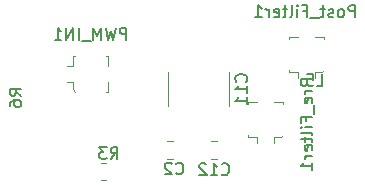
<source format=gbr>
%TF.GenerationSoftware,KiCad,Pcbnew,8.0.5*%
%TF.CreationDate,2024-10-10T12:36:06+02:00*%
%TF.ProjectId,MosTest_GanFet,4d6f7354-6573-4745-9f47-616e4665742e,rev?*%
%TF.SameCoordinates,Original*%
%TF.FileFunction,Legend,Bot*%
%TF.FilePolarity,Positive*%
%FSLAX46Y46*%
G04 Gerber Fmt 4.6, Leading zero omitted, Abs format (unit mm)*
G04 Created by KiCad (PCBNEW 8.0.5) date 2024-10-10 12:36:06*
%MOMM*%
%LPD*%
G01*
G04 APERTURE LIST*
%ADD10C,0.150000*%
%ADD11C,0.120000*%
G04 APERTURE END LIST*
D10*
X117624819Y-39793333D02*
X117148628Y-39460000D01*
X117624819Y-39221905D02*
X116624819Y-39221905D01*
X116624819Y-39221905D02*
X116624819Y-39602857D01*
X116624819Y-39602857D02*
X116672438Y-39698095D01*
X116672438Y-39698095D02*
X116720057Y-39745714D01*
X116720057Y-39745714D02*
X116815295Y-39793333D01*
X116815295Y-39793333D02*
X116958152Y-39793333D01*
X116958152Y-39793333D02*
X117053390Y-39745714D01*
X117053390Y-39745714D02*
X117101009Y-39698095D01*
X117101009Y-39698095D02*
X117148628Y-39602857D01*
X117148628Y-39602857D02*
X117148628Y-39221905D01*
X116624819Y-40650476D02*
X116624819Y-40460000D01*
X116624819Y-40460000D02*
X116672438Y-40364762D01*
X116672438Y-40364762D02*
X116720057Y-40317143D01*
X116720057Y-40317143D02*
X116862914Y-40221905D01*
X116862914Y-40221905D02*
X117053390Y-40174286D01*
X117053390Y-40174286D02*
X117434342Y-40174286D01*
X117434342Y-40174286D02*
X117529580Y-40221905D01*
X117529580Y-40221905D02*
X117577200Y-40269524D01*
X117577200Y-40269524D02*
X117624819Y-40364762D01*
X117624819Y-40364762D02*
X117624819Y-40555238D01*
X117624819Y-40555238D02*
X117577200Y-40650476D01*
X117577200Y-40650476D02*
X117529580Y-40698095D01*
X117529580Y-40698095D02*
X117434342Y-40745714D01*
X117434342Y-40745714D02*
X117196247Y-40745714D01*
X117196247Y-40745714D02*
X117101009Y-40698095D01*
X117101009Y-40698095D02*
X117053390Y-40650476D01*
X117053390Y-40650476D02*
X117005771Y-40555238D01*
X117005771Y-40555238D02*
X117005771Y-40364762D01*
X117005771Y-40364762D02*
X117053390Y-40269524D01*
X117053390Y-40269524D02*
X117101009Y-40221905D01*
X117101009Y-40221905D02*
X117196247Y-40174286D01*
X142641666Y-38985819D02*
X143117856Y-38985819D01*
X143117856Y-38985819D02*
X143117856Y-37985819D01*
X141832142Y-37985819D02*
X142308332Y-37985819D01*
X142308332Y-37985819D02*
X142355951Y-38462009D01*
X142355951Y-38462009D02*
X142308332Y-38414390D01*
X142308332Y-38414390D02*
X142213094Y-38366771D01*
X142213094Y-38366771D02*
X141974999Y-38366771D01*
X141974999Y-38366771D02*
X141879761Y-38414390D01*
X141879761Y-38414390D02*
X141832142Y-38462009D01*
X141832142Y-38462009D02*
X141784523Y-38557247D01*
X141784523Y-38557247D02*
X141784523Y-38795342D01*
X141784523Y-38795342D02*
X141832142Y-38890580D01*
X141832142Y-38890580D02*
X141879761Y-38938200D01*
X141879761Y-38938200D02*
X141974999Y-38985819D01*
X141974999Y-38985819D02*
X142213094Y-38985819D01*
X142213094Y-38985819D02*
X142308332Y-38938200D01*
X142308332Y-38938200D02*
X142355951Y-38890580D01*
X126523808Y-35054819D02*
X126523808Y-34054819D01*
X126523808Y-34054819D02*
X126142856Y-34054819D01*
X126142856Y-34054819D02*
X126047618Y-34102438D01*
X126047618Y-34102438D02*
X125999999Y-34150057D01*
X125999999Y-34150057D02*
X125952380Y-34245295D01*
X125952380Y-34245295D02*
X125952380Y-34388152D01*
X125952380Y-34388152D02*
X125999999Y-34483390D01*
X125999999Y-34483390D02*
X126047618Y-34531009D01*
X126047618Y-34531009D02*
X126142856Y-34578628D01*
X126142856Y-34578628D02*
X126523808Y-34578628D01*
X125619046Y-34054819D02*
X125380951Y-35054819D01*
X125380951Y-35054819D02*
X125190475Y-34340533D01*
X125190475Y-34340533D02*
X124999999Y-35054819D01*
X124999999Y-35054819D02*
X124761904Y-34054819D01*
X124380951Y-35054819D02*
X124380951Y-34054819D01*
X124380951Y-34054819D02*
X124047618Y-34769104D01*
X124047618Y-34769104D02*
X123714285Y-34054819D01*
X123714285Y-34054819D02*
X123714285Y-35054819D01*
X123476190Y-35150057D02*
X122714285Y-35150057D01*
X122476189Y-35054819D02*
X122476189Y-34054819D01*
X121999999Y-35054819D02*
X121999999Y-34054819D01*
X121999999Y-34054819D02*
X121428571Y-35054819D01*
X121428571Y-35054819D02*
X121428571Y-34054819D01*
X120428571Y-35054819D02*
X120999999Y-35054819D01*
X120714285Y-35054819D02*
X120714285Y-34054819D01*
X120714285Y-34054819D02*
X120809523Y-34197676D01*
X120809523Y-34197676D02*
X120904761Y-34292914D01*
X120904761Y-34292914D02*
X120999999Y-34340533D01*
X145889286Y-33154819D02*
X145889286Y-32154819D01*
X145889286Y-32154819D02*
X145508334Y-32154819D01*
X145508334Y-32154819D02*
X145413096Y-32202438D01*
X145413096Y-32202438D02*
X145365477Y-32250057D01*
X145365477Y-32250057D02*
X145317858Y-32345295D01*
X145317858Y-32345295D02*
X145317858Y-32488152D01*
X145317858Y-32488152D02*
X145365477Y-32583390D01*
X145365477Y-32583390D02*
X145413096Y-32631009D01*
X145413096Y-32631009D02*
X145508334Y-32678628D01*
X145508334Y-32678628D02*
X145889286Y-32678628D01*
X144746429Y-33154819D02*
X144841667Y-33107200D01*
X144841667Y-33107200D02*
X144889286Y-33059580D01*
X144889286Y-33059580D02*
X144936905Y-32964342D01*
X144936905Y-32964342D02*
X144936905Y-32678628D01*
X144936905Y-32678628D02*
X144889286Y-32583390D01*
X144889286Y-32583390D02*
X144841667Y-32535771D01*
X144841667Y-32535771D02*
X144746429Y-32488152D01*
X144746429Y-32488152D02*
X144603572Y-32488152D01*
X144603572Y-32488152D02*
X144508334Y-32535771D01*
X144508334Y-32535771D02*
X144460715Y-32583390D01*
X144460715Y-32583390D02*
X144413096Y-32678628D01*
X144413096Y-32678628D02*
X144413096Y-32964342D01*
X144413096Y-32964342D02*
X144460715Y-33059580D01*
X144460715Y-33059580D02*
X144508334Y-33107200D01*
X144508334Y-33107200D02*
X144603572Y-33154819D01*
X144603572Y-33154819D02*
X144746429Y-33154819D01*
X144032143Y-33107200D02*
X143936905Y-33154819D01*
X143936905Y-33154819D02*
X143746429Y-33154819D01*
X143746429Y-33154819D02*
X143651191Y-33107200D01*
X143651191Y-33107200D02*
X143603572Y-33011961D01*
X143603572Y-33011961D02*
X143603572Y-32964342D01*
X143603572Y-32964342D02*
X143651191Y-32869104D01*
X143651191Y-32869104D02*
X143746429Y-32821485D01*
X143746429Y-32821485D02*
X143889286Y-32821485D01*
X143889286Y-32821485D02*
X143984524Y-32773866D01*
X143984524Y-32773866D02*
X144032143Y-32678628D01*
X144032143Y-32678628D02*
X144032143Y-32631009D01*
X144032143Y-32631009D02*
X143984524Y-32535771D01*
X143984524Y-32535771D02*
X143889286Y-32488152D01*
X143889286Y-32488152D02*
X143746429Y-32488152D01*
X143746429Y-32488152D02*
X143651191Y-32535771D01*
X143317857Y-32488152D02*
X142936905Y-32488152D01*
X143175000Y-32154819D02*
X143175000Y-33011961D01*
X143175000Y-33011961D02*
X143127381Y-33107200D01*
X143127381Y-33107200D02*
X143032143Y-33154819D01*
X143032143Y-33154819D02*
X142936905Y-33154819D01*
X142841667Y-33250057D02*
X142079762Y-33250057D01*
X141508333Y-32631009D02*
X141841666Y-32631009D01*
X141841666Y-33154819D02*
X141841666Y-32154819D01*
X141841666Y-32154819D02*
X141365476Y-32154819D01*
X140984523Y-33154819D02*
X140984523Y-32488152D01*
X140984523Y-32154819D02*
X141032142Y-32202438D01*
X141032142Y-32202438D02*
X140984523Y-32250057D01*
X140984523Y-32250057D02*
X140936904Y-32202438D01*
X140936904Y-32202438D02*
X140984523Y-32154819D01*
X140984523Y-32154819D02*
X140984523Y-32250057D01*
X140365476Y-33154819D02*
X140460714Y-33107200D01*
X140460714Y-33107200D02*
X140508333Y-33011961D01*
X140508333Y-33011961D02*
X140508333Y-32154819D01*
X140127380Y-32488152D02*
X139746428Y-32488152D01*
X139984523Y-32154819D02*
X139984523Y-33011961D01*
X139984523Y-33011961D02*
X139936904Y-33107200D01*
X139936904Y-33107200D02*
X139841666Y-33154819D01*
X139841666Y-33154819D02*
X139746428Y-33154819D01*
X139032142Y-33107200D02*
X139127380Y-33154819D01*
X139127380Y-33154819D02*
X139317856Y-33154819D01*
X139317856Y-33154819D02*
X139413094Y-33107200D01*
X139413094Y-33107200D02*
X139460713Y-33011961D01*
X139460713Y-33011961D02*
X139460713Y-32631009D01*
X139460713Y-32631009D02*
X139413094Y-32535771D01*
X139413094Y-32535771D02*
X139317856Y-32488152D01*
X139317856Y-32488152D02*
X139127380Y-32488152D01*
X139127380Y-32488152D02*
X139032142Y-32535771D01*
X139032142Y-32535771D02*
X138984523Y-32631009D01*
X138984523Y-32631009D02*
X138984523Y-32726247D01*
X138984523Y-32726247D02*
X139460713Y-32821485D01*
X138555951Y-33154819D02*
X138555951Y-32488152D01*
X138555951Y-32678628D02*
X138508332Y-32583390D01*
X138508332Y-32583390D02*
X138460713Y-32535771D01*
X138460713Y-32535771D02*
X138365475Y-32488152D01*
X138365475Y-32488152D02*
X138270237Y-32488152D01*
X137413094Y-33154819D02*
X137984522Y-33154819D01*
X137698808Y-33154819D02*
X137698808Y-32154819D01*
X137698808Y-32154819D02*
X137794046Y-32297676D01*
X137794046Y-32297676D02*
X137889284Y-32392914D01*
X137889284Y-32392914D02*
X137984522Y-32440533D01*
X130724666Y-46381580D02*
X130772285Y-46429200D01*
X130772285Y-46429200D02*
X130915142Y-46476819D01*
X130915142Y-46476819D02*
X131010380Y-46476819D01*
X131010380Y-46476819D02*
X131153237Y-46429200D01*
X131153237Y-46429200D02*
X131248475Y-46333961D01*
X131248475Y-46333961D02*
X131296094Y-46238723D01*
X131296094Y-46238723D02*
X131343713Y-46048247D01*
X131343713Y-46048247D02*
X131343713Y-45905390D01*
X131343713Y-45905390D02*
X131296094Y-45714914D01*
X131296094Y-45714914D02*
X131248475Y-45619676D01*
X131248475Y-45619676D02*
X131153237Y-45524438D01*
X131153237Y-45524438D02*
X131010380Y-45476819D01*
X131010380Y-45476819D02*
X130915142Y-45476819D01*
X130915142Y-45476819D02*
X130772285Y-45524438D01*
X130772285Y-45524438D02*
X130724666Y-45572057D01*
X130343713Y-45572057D02*
X130296094Y-45524438D01*
X130296094Y-45524438D02*
X130200856Y-45476819D01*
X130200856Y-45476819D02*
X129962761Y-45476819D01*
X129962761Y-45476819D02*
X129867523Y-45524438D01*
X129867523Y-45524438D02*
X129819904Y-45572057D01*
X129819904Y-45572057D02*
X129772285Y-45667295D01*
X129772285Y-45667295D02*
X129772285Y-45762533D01*
X129772285Y-45762533D02*
X129819904Y-45905390D01*
X129819904Y-45905390D02*
X130391332Y-46476819D01*
X130391332Y-46476819D02*
X129772285Y-46476819D01*
X125179166Y-45154819D02*
X125512499Y-44678628D01*
X125750594Y-45154819D02*
X125750594Y-44154819D01*
X125750594Y-44154819D02*
X125369642Y-44154819D01*
X125369642Y-44154819D02*
X125274404Y-44202438D01*
X125274404Y-44202438D02*
X125226785Y-44250057D01*
X125226785Y-44250057D02*
X125179166Y-44345295D01*
X125179166Y-44345295D02*
X125179166Y-44488152D01*
X125179166Y-44488152D02*
X125226785Y-44583390D01*
X125226785Y-44583390D02*
X125274404Y-44631009D01*
X125274404Y-44631009D02*
X125369642Y-44678628D01*
X125369642Y-44678628D02*
X125750594Y-44678628D01*
X124845832Y-44154819D02*
X124226785Y-44154819D01*
X124226785Y-44154819D02*
X124560118Y-44535771D01*
X124560118Y-44535771D02*
X124417261Y-44535771D01*
X124417261Y-44535771D02*
X124322023Y-44583390D01*
X124322023Y-44583390D02*
X124274404Y-44631009D01*
X124274404Y-44631009D02*
X124226785Y-44726247D01*
X124226785Y-44726247D02*
X124226785Y-44964342D01*
X124226785Y-44964342D02*
X124274404Y-45059580D01*
X124274404Y-45059580D02*
X124322023Y-45107200D01*
X124322023Y-45107200D02*
X124417261Y-45154819D01*
X124417261Y-45154819D02*
X124702975Y-45154819D01*
X124702975Y-45154819D02*
X124798213Y-45107200D01*
X124798213Y-45107200D02*
X124845832Y-45059580D01*
X136639580Y-38607142D02*
X136687200Y-38559523D01*
X136687200Y-38559523D02*
X136734819Y-38416666D01*
X136734819Y-38416666D02*
X136734819Y-38321428D01*
X136734819Y-38321428D02*
X136687200Y-38178571D01*
X136687200Y-38178571D02*
X136591961Y-38083333D01*
X136591961Y-38083333D02*
X136496723Y-38035714D01*
X136496723Y-38035714D02*
X136306247Y-37988095D01*
X136306247Y-37988095D02*
X136163390Y-37988095D01*
X136163390Y-37988095D02*
X135972914Y-38035714D01*
X135972914Y-38035714D02*
X135877676Y-38083333D01*
X135877676Y-38083333D02*
X135782438Y-38178571D01*
X135782438Y-38178571D02*
X135734819Y-38321428D01*
X135734819Y-38321428D02*
X135734819Y-38416666D01*
X135734819Y-38416666D02*
X135782438Y-38559523D01*
X135782438Y-38559523D02*
X135830057Y-38607142D01*
X136734819Y-39559523D02*
X136734819Y-38988095D01*
X136734819Y-39273809D02*
X135734819Y-39273809D01*
X135734819Y-39273809D02*
X135877676Y-39178571D01*
X135877676Y-39178571D02*
X135972914Y-39083333D01*
X135972914Y-39083333D02*
X136020533Y-38988095D01*
X136734819Y-40511904D02*
X136734819Y-39940476D01*
X136734819Y-40226190D02*
X135734819Y-40226190D01*
X135734819Y-40226190D02*
X135877676Y-40130952D01*
X135877676Y-40130952D02*
X135972914Y-40035714D01*
X135972914Y-40035714D02*
X136020533Y-39940476D01*
X142264819Y-38390475D02*
X141264819Y-38390475D01*
X141264819Y-38390475D02*
X141264819Y-38771427D01*
X141264819Y-38771427D02*
X141312438Y-38866665D01*
X141312438Y-38866665D02*
X141360057Y-38914284D01*
X141360057Y-38914284D02*
X141455295Y-38961903D01*
X141455295Y-38961903D02*
X141598152Y-38961903D01*
X141598152Y-38961903D02*
X141693390Y-38914284D01*
X141693390Y-38914284D02*
X141741009Y-38866665D01*
X141741009Y-38866665D02*
X141788628Y-38771427D01*
X141788628Y-38771427D02*
X141788628Y-38390475D01*
X142264819Y-39390475D02*
X141598152Y-39390475D01*
X141788628Y-39390475D02*
X141693390Y-39438094D01*
X141693390Y-39438094D02*
X141645771Y-39485713D01*
X141645771Y-39485713D02*
X141598152Y-39580951D01*
X141598152Y-39580951D02*
X141598152Y-39676189D01*
X142217200Y-40390475D02*
X142264819Y-40295237D01*
X142264819Y-40295237D02*
X142264819Y-40104761D01*
X142264819Y-40104761D02*
X142217200Y-40009523D01*
X142217200Y-40009523D02*
X142121961Y-39961904D01*
X142121961Y-39961904D02*
X141741009Y-39961904D01*
X141741009Y-39961904D02*
X141645771Y-40009523D01*
X141645771Y-40009523D02*
X141598152Y-40104761D01*
X141598152Y-40104761D02*
X141598152Y-40295237D01*
X141598152Y-40295237D02*
X141645771Y-40390475D01*
X141645771Y-40390475D02*
X141741009Y-40438094D01*
X141741009Y-40438094D02*
X141836247Y-40438094D01*
X141836247Y-40438094D02*
X141931485Y-39961904D01*
X142360057Y-40628571D02*
X142360057Y-41390475D01*
X141741009Y-41961904D02*
X141741009Y-41628571D01*
X142264819Y-41628571D02*
X141264819Y-41628571D01*
X141264819Y-41628571D02*
X141264819Y-42104761D01*
X142264819Y-42485714D02*
X141598152Y-42485714D01*
X141264819Y-42485714D02*
X141312438Y-42438095D01*
X141312438Y-42438095D02*
X141360057Y-42485714D01*
X141360057Y-42485714D02*
X141312438Y-42533333D01*
X141312438Y-42533333D02*
X141264819Y-42485714D01*
X141264819Y-42485714D02*
X141360057Y-42485714D01*
X142264819Y-43104761D02*
X142217200Y-43009523D01*
X142217200Y-43009523D02*
X142121961Y-42961904D01*
X142121961Y-42961904D02*
X141264819Y-42961904D01*
X141598152Y-43342857D02*
X141598152Y-43723809D01*
X141264819Y-43485714D02*
X142121961Y-43485714D01*
X142121961Y-43485714D02*
X142217200Y-43533333D01*
X142217200Y-43533333D02*
X142264819Y-43628571D01*
X142264819Y-43628571D02*
X142264819Y-43723809D01*
X142217200Y-44438095D02*
X142264819Y-44342857D01*
X142264819Y-44342857D02*
X142264819Y-44152381D01*
X142264819Y-44152381D02*
X142217200Y-44057143D01*
X142217200Y-44057143D02*
X142121961Y-44009524D01*
X142121961Y-44009524D02*
X141741009Y-44009524D01*
X141741009Y-44009524D02*
X141645771Y-44057143D01*
X141645771Y-44057143D02*
X141598152Y-44152381D01*
X141598152Y-44152381D02*
X141598152Y-44342857D01*
X141598152Y-44342857D02*
X141645771Y-44438095D01*
X141645771Y-44438095D02*
X141741009Y-44485714D01*
X141741009Y-44485714D02*
X141836247Y-44485714D01*
X141836247Y-44485714D02*
X141931485Y-44009524D01*
X142264819Y-44914286D02*
X141598152Y-44914286D01*
X141788628Y-44914286D02*
X141693390Y-44961905D01*
X141693390Y-44961905D02*
X141645771Y-45009524D01*
X141645771Y-45009524D02*
X141598152Y-45104762D01*
X141598152Y-45104762D02*
X141598152Y-45200000D01*
X142264819Y-46057143D02*
X142264819Y-45485715D01*
X142264819Y-45771429D02*
X141264819Y-45771429D01*
X141264819Y-45771429D02*
X141407676Y-45676191D01*
X141407676Y-45676191D02*
X141502914Y-45580953D01*
X141502914Y-45580953D02*
X141550533Y-45485715D01*
X134592857Y-46439580D02*
X134640476Y-46487200D01*
X134640476Y-46487200D02*
X134783333Y-46534819D01*
X134783333Y-46534819D02*
X134878571Y-46534819D01*
X134878571Y-46534819D02*
X135021428Y-46487200D01*
X135021428Y-46487200D02*
X135116666Y-46391961D01*
X135116666Y-46391961D02*
X135164285Y-46296723D01*
X135164285Y-46296723D02*
X135211904Y-46106247D01*
X135211904Y-46106247D02*
X135211904Y-45963390D01*
X135211904Y-45963390D02*
X135164285Y-45772914D01*
X135164285Y-45772914D02*
X135116666Y-45677676D01*
X135116666Y-45677676D02*
X135021428Y-45582438D01*
X135021428Y-45582438D02*
X134878571Y-45534819D01*
X134878571Y-45534819D02*
X134783333Y-45534819D01*
X134783333Y-45534819D02*
X134640476Y-45582438D01*
X134640476Y-45582438D02*
X134592857Y-45630057D01*
X133640476Y-46534819D02*
X134211904Y-46534819D01*
X133926190Y-46534819D02*
X133926190Y-45534819D01*
X133926190Y-45534819D02*
X134021428Y-45677676D01*
X134021428Y-45677676D02*
X134116666Y-45772914D01*
X134116666Y-45772914D02*
X134211904Y-45820533D01*
X133259523Y-45630057D02*
X133211904Y-45582438D01*
X133211904Y-45582438D02*
X133116666Y-45534819D01*
X133116666Y-45534819D02*
X132878571Y-45534819D01*
X132878571Y-45534819D02*
X132783333Y-45582438D01*
X132783333Y-45582438D02*
X132735714Y-45630057D01*
X132735714Y-45630057D02*
X132688095Y-45725295D01*
X132688095Y-45725295D02*
X132688095Y-45820533D01*
X132688095Y-45820533D02*
X132735714Y-45963390D01*
X132735714Y-45963390D02*
X133307142Y-46534819D01*
X133307142Y-46534819D02*
X132688095Y-46534819D01*
D11*
%TO.C,PWM_IN1*%
X121500000Y-37275000D02*
X122000000Y-37275000D01*
X121500000Y-38675000D02*
X122000000Y-38675000D01*
X122000000Y-36475000D02*
X122200000Y-36475000D01*
X122000000Y-37275000D02*
X122000000Y-36475000D01*
X122000000Y-39275000D02*
X122000000Y-38675000D01*
X122200000Y-39475000D02*
X122000000Y-39275000D01*
X124800000Y-36475000D02*
X125000000Y-36475000D01*
X125000000Y-36475000D02*
X125000000Y-37275000D01*
X125000000Y-38675000D02*
X125000000Y-39475000D01*
X125000000Y-39475000D02*
X124800000Y-39475000D01*
%TO.C,Post_Filter1*%
X140275000Y-34800000D02*
X141075000Y-34800000D01*
X140275000Y-35000000D02*
X140275000Y-34800000D01*
X140275000Y-37800000D02*
X140275000Y-37600000D01*
X141075000Y-37800000D02*
X140275000Y-37800000D01*
X141075000Y-38300000D02*
X141075000Y-37800000D01*
X142475000Y-34800000D02*
X143275000Y-34800000D01*
X142475000Y-38300000D02*
X142475000Y-37800000D01*
X143075000Y-37800000D02*
X142475000Y-37800000D01*
X143275000Y-34800000D02*
X143275000Y-35000000D01*
X143275000Y-37600000D02*
X143075000Y-37800000D01*
%TO.C,C2*%
X129938748Y-43665000D02*
X130461252Y-43665000D01*
X129938748Y-45135000D02*
X130461252Y-45135000D01*
%TO.C,R3*%
X124827064Y-45465000D02*
X124372936Y-45465000D01*
X124827064Y-46935000D02*
X124372936Y-46935000D01*
%TO.C,C11*%
X130020000Y-37834252D02*
X130020000Y-40665748D01*
X135240000Y-37834252D02*
X135240000Y-40665748D01*
%TO.C,Pre_Filter1*%
X136810000Y-40300000D02*
X137610000Y-40300000D01*
X136810000Y-40500000D02*
X136810000Y-40300000D01*
X136810000Y-43300000D02*
X136810000Y-43100000D01*
X137610000Y-43300000D02*
X136810000Y-43300000D01*
X137610000Y-43800000D02*
X137610000Y-43300000D01*
X139010000Y-40300000D02*
X139810000Y-40300000D01*
X139010000Y-43800000D02*
X139010000Y-43300000D01*
X139610000Y-43300000D02*
X139010000Y-43300000D01*
X139810000Y-40300000D02*
X139810000Y-40500000D01*
X139810000Y-43100000D02*
X139610000Y-43300000D01*
%TO.C,C12*%
X134211252Y-43665000D02*
X133688748Y-43665000D01*
X134211252Y-45135000D02*
X133688748Y-45135000D01*
%TD*%
M02*

</source>
